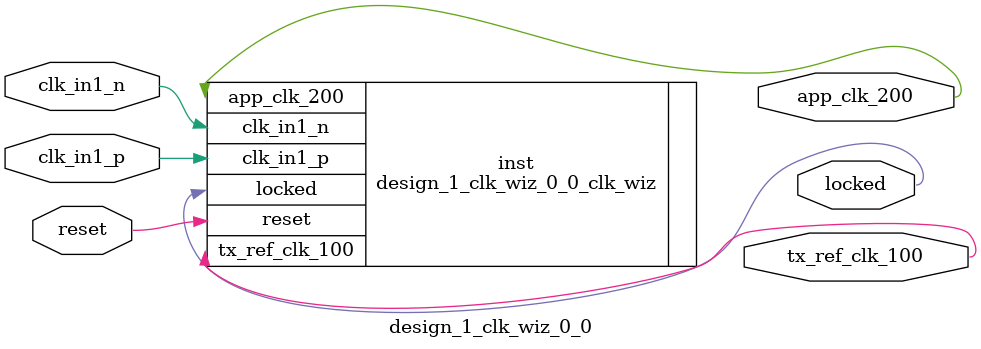
<source format=v>


`timescale 1ps/1ps

(* CORE_GENERATION_INFO = "design_1_clk_wiz_0_0,clk_wiz_v6_0_16_0_0,{component_name=design_1_clk_wiz_0_0,use_phase_alignment=false,use_min_o_jitter=false,use_max_i_jitter=false,use_dyn_phase_shift=false,use_inclk_switchover=false,use_dyn_reconfig=false,enable_axi=0,feedback_source=FDBK_AUTO,PRIMITIVE=MMCM,num_out_clk=2,clkin1_period=2.500,clkin2_period=10.0,use_power_down=false,use_reset=true,use_locked=true,use_inclk_stopped=false,feedback_type=SINGLE,CLOCK_MGR_TYPE=NA,manual_override=false}" *)

module design_1_clk_wiz_0_0 
 (
  // Clock out ports
  output        tx_ref_clk_100,
  output        app_clk_200,
  // Status and control signals
  input         reset,
  output        locked,
 // Clock in ports
  input         clk_in1_p,
  input         clk_in1_n
 );

  design_1_clk_wiz_0_0_clk_wiz inst
  (
  // Clock out ports  
  .tx_ref_clk_100(tx_ref_clk_100),
  .app_clk_200(app_clk_200),
  // Status and control signals               
  .reset(reset), 
  .locked(locked),
 // Clock in ports
  .clk_in1_p(clk_in1_p),
  .clk_in1_n(clk_in1_n)
  );

endmodule

</source>
